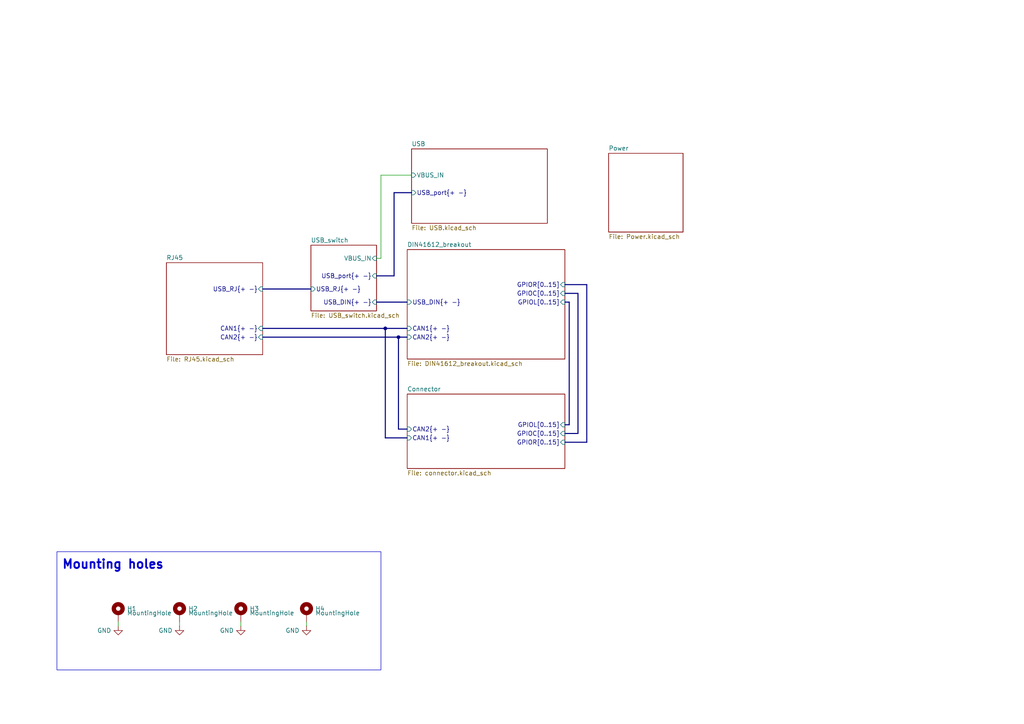
<source format=kicad_sch>
(kicad_sch (version 20231120) (generator "eeschema") (generator_version "8.0")
  (paper "A4")
  (lib_symbols
    (symbol "Mechanical:MountingHole_Pad" (pin_numbers hide) (pin_names (offset 1.016) hide) (exclude_from_sim yes) (in_bom no)
      (property "Reference" "H" (at 0 6.35 0))
      (property "Value" "MountingHole_Pad" (at 0 4.445 0))
      (symbol "MountingHole_Pad_0_1"
        (circle (center 0 1.27) (radius 1.27) (stroke (width 1.27)))
      )
      (symbol "MountingHole_Pad_1_1"
        (pin input line (at 0 -2.54 90) (length 2.54) (name "1") (number "1"))
      )
    )
    (symbol "power:GND" (power) (pin_numbers hide) (pin_names (offset 0) hide)
      (property "Value" "GND" (at 0 -3.81 0))
      (symbol "GND_0_1"
        (polyline (pts (xy 0 0) (xy 0 -1.27) (xy 1.27 -1.27) (xy 0 -2.54) (xy -1.27 -1.27) (xy 0 -1.27)))
      )
      (symbol "GND_1_1"
        (pin power_in line (at 0 0 270) (length 0) (name "~") (number "1"))
      )
    )
  )
  (junction (at 115.57 97.79))
  (junction (at 111.76 95.25))
  (bus (pts (xy 109.22 87.63) (xy 118.11 87.63)))
  (bus (pts (xy 76.2 97.79) (xy 115.57 97.79)))
  (bus (pts (xy 115.57 97.79) (xy 115.57 124.46)))
  (bus (pts (xy 163.83 128.27) (xy 170.18 128.27)))
  (bus (pts (xy 109.22 80.01) (xy 114.3 80.01)))
  (bus (pts (xy 163.83 125.73) (xy 167.64 125.73)))
  (wire (pts (xy 52.07 180.34) (xy 52.07 181.61)))
  (bus (pts (xy 170.18 82.55) (xy 163.83 82.55)))
  (bus (pts (xy 167.64 125.73) (xy 167.64 85.09)))
  (bus (pts (xy 118.11 127) (xy 111.76 127)))
  (bus (pts (xy 163.83 87.63) (xy 165.1 87.63)))
  (wire (pts (xy 110.49 50.8) (xy 119.38 50.8)))
  (wire (pts (xy 88.9 180.34) (xy 88.9 181.61)))
  (wire (pts (xy 69.85 180.34) (xy 69.85 181.61)))
  (wire (pts (xy 110.49 74.93) (xy 110.49 50.8)))
  (bus (pts (xy 118.11 124.46) (xy 115.57 124.46)))
  (wire (pts (xy 109.22 74.93) (xy 110.49 74.93)))
  (wire (pts (xy 34.29 180.34) (xy 34.29 181.61)))
  (bus (pts (xy 170.18 128.27) (xy 170.18 82.55)))
  (bus (pts (xy 111.76 127) (xy 111.76 95.25)))
  (bus (pts (xy 114.3 55.88) (xy 119.38 55.88)))
  (bus (pts (xy 114.3 80.01) (xy 114.3 55.88)))
  (bus (pts (xy 111.76 95.25) (xy 118.11 95.25)))
  (bus (pts (xy 76.2 95.25) (xy 111.76 95.25)))
  (bus (pts (xy 76.2 83.82) (xy 90.17 83.82)))
  (bus (pts (xy 165.1 87.63) (xy 165.1 123.19)))
  (bus (pts (xy 167.64 85.09) (xy 163.83 85.09)))
  (bus (pts (xy 163.83 123.19) (xy 165.1 123.19)))
  (bus (pts (xy 115.57 97.79) (xy 118.11 97.79)))
  (rectangle (start 16.51 160.02) (end 110.49 194.31))
  (text "Mounting holes" (at 32.766 163.83 0) (effects (font (size 2.54 2.54) (thickness 0.508) (bold yes))))
  (symbol (lib_id "Mechanical:MountingHole_Pad") (at 69.85 177.8 0) (unit 1) (in_bom no)
    (property "Reference" "H3" (at 72.39 176.53 0) (effects (justify left)))
    (property "Value" "MountingHole" (at 72.39 177.8 0) (effects (justify left)))
    (property "Footprint" "MountingHole:MountingHole_2.7mm_M2.5_DIN965_Pad" (effects (hide yes)))
    (property "Description" "Mounting Hole with connection" (effects (hide yes)))
    (property "DNP" "1" (effects (hide yes)))
  )
  (symbol (lib_id "Mechanical:MountingHole_Pad") (at 88.9 177.8 0) (unit 1) (in_bom no)
    (property "Reference" "H4" (at 91.44 176.53 0) (effects (justify left)))
    (property "Value" "MountingHole" (at 91.44 177.8 0) (effects (justify left)))
    (property "Footprint" "MountingHole:MountingHole_2.7mm_M2.5_DIN965_Pad" (effects (hide yes)))
    (property "Description" "Mounting Hole with connection" (effects (hide yes)))
    (property "DNP" "1" (effects (hide yes)))
  )
  (symbol (lib_id "power:GND") (at 52.07 181.61 0) (unit 1)
    (property "Reference" "#PWR074" (effects (hide yes)))
    (property "Value" "GND" (at 48.006 182.88 0))
    (property "Description" "Power symbol creates a global label with name \"GND\" , ground" (effects (hide yes)))
  )
  (symbol (lib_id "power:GND") (at 34.29 181.61 0) (unit 1)
    (property "Reference" "#PWR073" (effects (hide yes)))
    (property "Value" "GND" (at 30.226 182.88 0))
    (property "Description" "Power symbol creates a global label with name \"GND\" , ground" (effects (hide yes)))
  )
  (symbol (lib_id "power:GND") (at 88.9 181.61 0) (unit 1)
    (property "Reference" "#PWR076" (effects (hide yes)))
    (property "Value" "GND" (at 84.836 182.88 0))
    (property "Description" "Power symbol creates a global label with name \"GND\" , ground" (effects (hide yes)))
  )
  (symbol (lib_id "Mechanical:MountingHole_Pad") (at 52.07 177.8 0) (unit 1)
    (property "Reference" "H2" (at 54.61 176.53 0) (effects (justify left)))
    (property "Value" "MountingHole" (at 54.61 177.8 0) (effects (justify left)))
    (property "Footprint" "MountingHole:MountingHole_2.7mm_M2.5_DIN965_Pad" (effects (hide yes)))
    (property "Description" "Mounting Hole with connection" (effects (hide yes)))
    (property "DNP" "1" (effects (hide yes)))
  )
  (symbol (lib_id "power:GND") (at 69.85 181.61 0) (unit 1)
    (property "Reference" "#PWR075" (effects (hide yes)))
    (property "Value" "GND" (at 65.786 182.88 0))
    (property "Description" "Power symbol creates a global label with name \"GND\" , ground" (effects (hide yes)))
  )
  (symbol (lib_id "Mechanical:MountingHole_Pad") (at 34.29 177.8 0) (unit 1) (in_bom no)
    (property "Reference" "H1" (at 36.83 176.53 0) (effects (justify left)))
    (property "Value" "MountingHole" (at 36.83 177.8 0) (effects (justify left)))
    (property "Footprint" "MountingHole:MountingHole_2.7mm_M2.5_DIN965_Pad" (effects (hide yes)))
    (property "Description" "Mounting Hole with connection" (effects (hide yes)))
    (property "DNP" "1" (effects (hide yes)))
  )
  (sheet (at 118.11 72.39) (size 45.72 31.75) (stroke (width 0.1524))
    (property "Sheetname" "DIN41612_breakout" (at 118.11 71.6784 0) (effects (justify left bottom)))
    (property "Sheetfile" "DIN41612_breakout.kicad_sch" (at 118.11 104.7246 0) (effects (justify left top)))
    (pin "GPIOR[0..15]" input (at 163.83 82.55 0))
    (pin "GPIOC[0..15]" input (at 163.83 85.09 0))
    (pin "GPIOL[0..15]" input (at 163.83 87.63 0))
    (pin "CAN2{+ -}" input (at 118.11 97.79 180))
    (pin "CAN1{+ -}" input (at 118.11 95.25 180))
    (pin "USB_DIN{+ -}" input (at 118.11 87.63 180))
  )
  (sheet (at 118.11 114.3) (size 45.72 21.59) (stroke (width 0.1524))
    (property "Sheetname" "Connector" (at 118.11 113.5884 0) (effects (justify left bottom)))
    (property "Sheetfile" "connector.kicad_sch" (at 118.11 136.4746 0) (effects (justify left top)))
    (pin "CAN1{+ -}" input (at 118.11 127 180))
    (pin "CAN2{+ -}" input (at 118.11 124.46 180))
    (pin "GPIOL[0..15]" input (at 163.83 123.19 0))
    (pin "GPIOC[0..15]" input (at 163.83 125.73 0))
    (pin "GPIOR[0..15]" input (at 163.83 128.27 0))
  )
  (sheet (at 119.38 43.18) (size 39.37 21.59) (stroke (width 0.1524))
    (property "Sheetname" "USB" (at 119.38 42.4684 0) (effects (justify left bottom)))
    (property "Sheetfile" "USB.kicad_sch" (at 119.38 65.3546 0) (effects (justify left top)))
    (pin "USB_port{+ -}" input (at 119.38 55.88 180))
    (pin "VBUS_IN" input (at 119.38 50.8 180))
  )
  (sheet (at 48.26 76.2) (size 27.94 26.67) (stroke (width 0.1524))
    (property "Sheetname" "RJ45" (at 48.26 75.4884 0) (effects (justify left bottom)))
    (property "Sheetfile" "RJ45.kicad_sch" (at 48.26 103.4546 0) (effects (justify left top)))
    (pin "CAN2{+ -}" input (at 76.2 97.79 0))
    (pin "CAN1{+ -}" input (at 76.2 95.25 0))
    (pin "USB_RJ{+ -}" input (at 76.2 83.82 0))
  )
  (sheet (at 90.17 71.12) (size 19.05 19.05) (stroke (width 0.1524))
    (property "Sheetname" "USB_switch" (at 90.17 70.4084 0) (effects (justify left bottom)))
    (property "Sheetfile" "USB_switch.kicad_sch" (at 90.17 90.7546 0) (effects (justify left top)))
    (pin "USB_DIN{+ -}" input (at 109.22 87.63 0))
    (pin "USB_port{+ -}" input (at 109.22 80.01 0))
    (pin "USB_RJ{+ -}" input (at 90.17 83.82 180))
    (pin "VBUS_IN" input (at 109.22 74.93 0))
  )
  (sheet (at 176.53 44.45) (size 21.59 22.86) (stroke (width 0.1524))
    (property "Sheetname" "Power" (at 176.53 43.7384 0) (effects (justify left bottom)))
    (property "Sheetfile" "Power.kicad_sch" (at 176.53 67.8946 0) (effects (justify left top)))
  )
)
</source>
